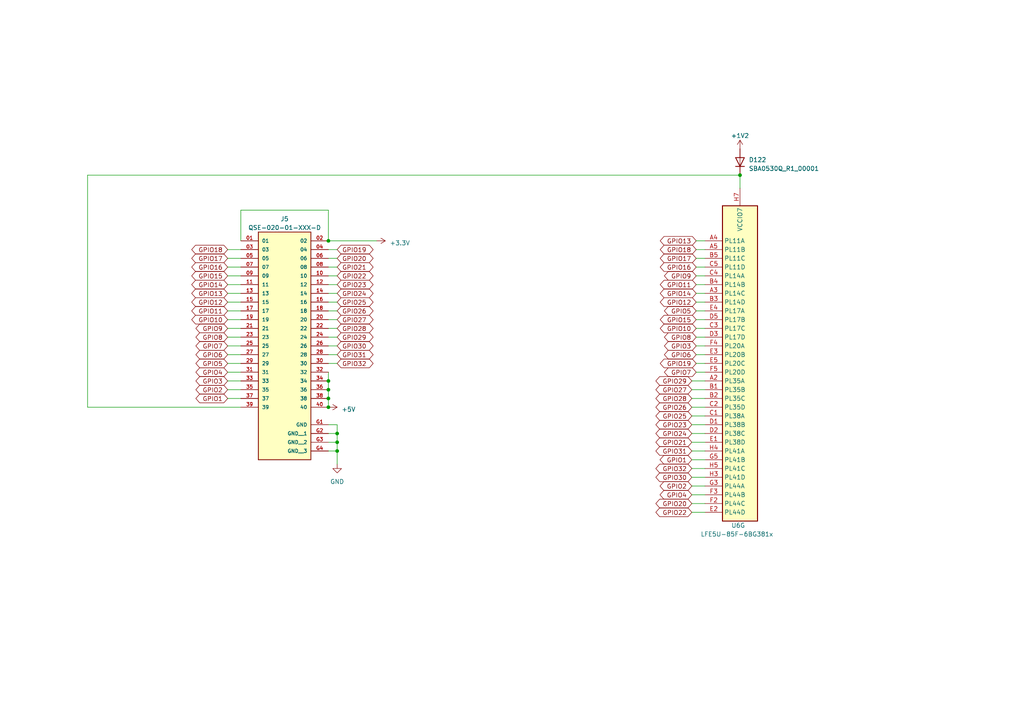
<source format=kicad_sch>
(kicad_sch (version 20230121) (generator eeschema)
  (paper "A4")
  (lib_symbols
    (symbol "Device:D" (pin_numbers hide) (pin_names (offset 1.016) hide)
      (property "Reference" "D" (at 0 2.54 0))
      (property "Value" "D" (at 0 -2.54 0))
      (symbol "D_0_1"
        (polyline (pts (xy -1.27 1.27) (xy -1.27 -1.27)) (stroke (width 0.254)))
        (polyline (pts (xy 1.27 0) (xy -1.27 0)))
        (polyline (pts (xy 1.27 1.27) (xy 1.27 -1.27) (xy -1.27 0) (xy 1.27 1.27)) (stroke (width 0.254)))
      )
      (symbol "D_1_1"
        (pin passive line (at -3.81 0 0) (length 2.54) (name "K") (number "1"))
        (pin passive line (at 3.81 0 180) (length 2.54) (name "A") (number "2"))
      )
    )
    (symbol "FPGA_Lattice:LFE5U-85F-6BG381x"
      (property "Reference" "U" (at 24.13 16.51 0))
      (property "Value" "LFE5U-85F-6BG381x" (at 24.13 13.97 0))
      (symbol "LFE5U-85F-6BG381x_1_1"
        (rectangle (start -25.4 10.16) (end 25.4 -10.16) (stroke (width 0.3048)) (fill (type background)))
        (pin passive line (at 0 -15.24 90) (length 5.08) hide (name "GND") (number "B14"))
        (pin passive line (at 0 -15.24 90) (length 5.08) hide (name "GND") (number "B7"))
        (pin power_in line (at 0 -15.24 90) (length 5.08) (name "GND") (number "C19"))
        (pin passive line (at 0 -15.24 90) (length 5.08) hide (name "GND") (number "D4"))
        (pin passive line (at 0 -15.24 90) (length 5.08) hide (name "GND") (number "F13"))
        (pin passive line (at 0 -15.24 90) (length 5.08) hide (name "GND") (number "F14"))
        (pin passive line (at 12.7 15.24 270) (length 5.08) hide (name "VCCAUX") (number "F15"))
        (pin passive line (at 12.7 15.24 270) (length 5.08) hide (name "VCCAUX") (number "F6"))
        (pin passive line (at 0 -15.24 90) (length 5.08) hide (name "GND") (number "F7"))
        (pin passive line (at 0 -15.24 90) (length 5.08) hide (name "GND") (number "F8"))
        (pin passive line (at 0 -15.24 90) (length 5.08) hide (name "GND") (number "G10"))
        (pin passive line (at 0 -15.24 90) (length 5.08) hide (name "GND") (number "G11"))
        (pin passive line (at 0 -15.24 90) (length 5.08) hide (name "GND") (number "G12"))
        (pin passive line (at 0 -15.24 90) (length 5.08) hide (name "GND") (number "G13"))
        (pin passive line (at 0 -15.24 90) (length 5.08) hide (name "GND") (number "G14"))
        (pin passive line (at 0 -15.24 90) (length 5.08) hide (name "GND") (number "G15"))
        (pin passive line (at 0 -15.24 90) (length 5.08) hide (name "GND") (number "G17"))
        (pin passive line (at 0 -15.24 90) (length 5.08) hide (name "GND") (number "G4"))
        (pin passive line (at 0 -15.24 90) (length 5.08) hide (name "GND") (number "G6"))
        (pin passive line (at 0 -15.24 90) (length 5.08) hide (name "GND") (number "G7"))
        (pin passive line (at 0 -15.24 90) (length 5.08) hide (name "GND") (number "G8"))
        (pin passive line (at 0 -15.24 90) (length 5.08) hide (name "GND") (number "G9"))
        (pin passive line (at 0 15.24 270) (length 5.08) hide (name "VCC") (number "H10"))
        (pin passive line (at 0 15.24 270) (length 5.08) hide (name "VCC") (number "H11"))
        (pin passive line (at 0 15.24 270) (length 5.08) hide (name "VCC") (number "H12"))
        (pin power_in line (at 0 15.24 270) (length 5.08) (name "VCC") (number "H13"))
        (pin passive line (at 0 -15.24 90) (length 5.08) hide (name "GND") (number "H19"))
        (pin passive line (at 0 15.24 270) (length 5.08) hide (name "VCC") (number "H8"))
        (pin passive line (at 0 15.24 270) (length 5.08) hide (name "VCC") (number "H9"))
        (pin passive line (at 0 -15.24 90) (length 5.08) hide (name "GND") (number "J10"))
        (pin passive line (at 0 -15.24 90) (length 5.08) hide (name "GND") (number "J11"))
        (pin passive line (at 0 -15.24 90) (length 5.08) hide (name "GND") (number "J12"))
        (pin passive line (at 0 15.24 270) (length 5.08) hide (name "VCC") (number "J13"))
        (pin passive line (at 0 -15.24 90) (length 5.08) hide (name "GND") (number "J14"))
        (pin passive line (at 0 -15.24 90) (length 5.08) hide (name "GND") (number "J2"))
        (pin passive line (at 0 -15.24 90) (length 5.08) hide (name "GND") (number "J7"))
        (pin passive line (at 0 15.24 270) (length 5.08) hide (name "VCC") (number "J8"))
        (pin passive line (at 0 -15.24 90) (length 5.08) hide (name "GND") (number "J9"))
        (pin passive line (at 0 -15.24 90) (length 5.08) hide (name "GND") (number "K10"))
        (pin passive line (at 0 -15.24 90) (length 5.08) hide (name "GND") (number "K11"))
        (pin passive line (at 0 -15.24 90) (length 5.08) hide (name "GND") (number "K12"))
        (pin passive line (at 0 15.24 270) (length 5.08) hide (name "VCC") (number "K13"))
        (pin passive line (at 0 -15.24 90) (length 5.08) hide (name "GND") (number "K14"))
        (pin passive line (at 0 -15.24 90) (length 5.08) hide (name "GND") (number "K15"))
        (pin passive line (at 0 -15.24 90) (length 5.08) hide (name "GND") (number "K6"))
        (pin passive line (at 0 -15.24 90) (length 5.08) hide (name "GND") (number "K7"))
        (pin passive line (at 0 15.24 270) (length 5.08) hide (name "VCC") (number "K8"))
        (pin passive line (at 0 -15.24 90) (length 5.08) hide (name "GND") (number "K9"))
        (pin passive line (at 0 -15.24 90) (length 5.08) hide (name "GND") (number "L10"))
        (pin passive line (at 0 -15.24 90) (length 5.08) hide (name "GND") (number "L11"))
        (pin passive line (at 0 -15.24 90) (length 5.08) hide (name "GND") (number "L12"))
        (pin passive line (at 0 15.24 270) (length 5.08) hide (name "VCC") (number "L13"))
        (pin passive line (at 0 15.24 270) (length 5.08) hide (name "VCC") (number "L8"))
        (pin passive line (at 0 -15.24 90) (length 5.08) hide (name "GND") (number "L9"))
        (pin passive line (at 0 -15.24 90) (length 5.08) hide (name "GND") (number "M10"))
        (pin passive line (at 0 -15.24 90) (length 5.08) hide (name "GND") (number "M11"))
        (pin passive line (at 0 -15.24 90) (length 5.08) hide (name "GND") (number "M12"))
        (pin passive line (at 0 15.24 270) (length 5.08) hide (name "VCC") (number "M13"))
        (pin passive line (at 0 -15.24 90) (length 5.08) hide (name "GND") (number "M14"))
        (pin passive line (at 0 -15.24 90) (length 5.08) hide (name "GND") (number "M16"))
        (pin passive line (at 0 -15.24 90) (length 5.08) hide (name "GND") (number "M2"))
        (pin passive line (at 0 -15.24 90) (length 5.08) hide (name "GND") (number "M7"))
        (pin passive line (at 0 15.24 270) (length 5.08) hide (name "VCC") (number "M8"))
        (pin passive line (at 0 -15.24 90) (length 5.08) hide (name "GND") (number "M9"))
        (pin passive line (at 0 15.24 270) (length 5.08) hide (name "VCC") (number "N10"))
        (pin passive line (at 0 15.24 270) (length 5.08) hide (name "VCC") (number "N11"))
        (pin passive line (at 0 15.24 270) (length 5.08) hide (name "VCC") (number "N12"))
        (pin passive line (at 0 15.24 270) (length 5.08) hide (name "VCC") (number "N13"))
        (pin passive line (at 0 -15.24 90) (length 5.08) hide (name "GND") (number "N14"))
        (pin passive line (at 0 -15.24 90) (length 5.08) hide (name "GND") (number "N15"))
        (pin passive line (at 0 -15.24 90) (length 5.08) hide (name "GND") (number "N6"))
        (pin passive line (at 0 -15.24 90) (length 5.08) hide (name "GND") (number "N7"))
        (pin passive line (at 0 15.24 270) (length 5.08) hide (name "VCC") (number "N8"))
        (pin passive line (at 0 15.24 270) (length 5.08) hide (name "VCC") (number "N9"))
        (pin passive line (at 0 -15.24 90) (length 5.08) hide (name "GND") (number "P11"))
        (pin passive line (at 0 -15.24 90) (length 5.08) hide (name "GND") (number "P12"))
        (pin passive line (at 0 -15.24 90) (length 5.08) hide (name "GND") (number "P13"))
        (pin passive line (at 0 -15.24 90) (length 5.08) hide (name "GND") (number "P14"))
        (pin power_in line (at 12.7 15.24 270) (length 5.08) (name "VCCAUX") (number "P15"))
        (pin passive line (at 12.7 15.24 270) (length 5.08) hide (name "VCCAUX") (number "P6"))
        (pin passive line (at 0 -15.24 90) (length 5.08) hide (name "GND") (number "P7"))
        (pin passive line (at 0 -15.24 90) (length 5.08) hide (name "GND") (number "P8"))
        (pin passive line (at 0 -15.24 90) (length 5.08) hide (name "GND") (number "R19"))
        (pin passive line (at 0 -15.24 90) (length 5.08) hide (name "GND") (number "T10"))
        (pin passive line (at 0 -15.24 90) (length 5.08) hide (name "GND") (number "T11"))
        (pin passive line (at 0 -15.24 90) (length 5.08) hide (name "GND") (number "T12"))
        (pin passive line (at 0 -15.24 90) (length 5.08) hide (name "GND") (number "T13"))
        (pin passive line (at 0 -15.24 90) (length 5.08) hide (name "GND") (number "T14"))
        (pin passive line (at 0 -15.24 90) (length 5.08) hide (name "GND") (number "T15"))
        (pin passive line (at 0 -15.24 90) (length 5.08) hide (name "GND") (number "T6"))
        (pin passive line (at 0 -15.24 90) (length 5.08) hide (name "GND") (number "T7"))
        (pin passive line (at 0 -15.24 90) (length 5.08) hide (name "GND") (number "T8"))
        (pin passive line (at 0 -15.24 90) (length 5.08) hide (name "GND") (number "T9"))
        (pin passive line (at 0 -15.24 90) (length 5.08) hide (name "GND") (number "U10"))
        (pin passive line (at 0 -15.24 90) (length 5.08) hide (name "GND") (number "U11"))
        (pin passive line (at 0 -15.24 90) (length 5.08) hide (name "GND") (number "U12"))
        (pin passive line (at 0 -15.24 90) (length 5.08) hide (name "GND") (number "U13"))
        (pin passive line (at 0 -15.24 90) (length 5.08) hide (name "GND") (number "U14"))
        (pin passive line (at 0 -15.24 90) (length 5.08) hide (name "GND") (number "U15"))
        (pin passive line (at 0 -15.24 90) (length 5.08) hide (name "GND") (number "U6"))
        (pin passive line (at 0 -15.24 90) (length 5.08) hide (name "GND") (number "U7"))
        (pin passive line (at 0 -15.24 90) (length 5.08) hide (name "GND") (number "U8"))
        (pin passive line (at 0 -15.24 90) (length 5.08) hide (name "GND") (number "U9"))
        (pin passive line (at 0 -15.24 90) (length 5.08) hide (name "GND") (number "V10"))
        (pin passive line (at 0 -15.24 90) (length 5.08) hide (name "GND") (number "V11"))
        (pin passive line (at 0 -15.24 90) (length 5.08) hide (name "GND") (number "V12"))
        (pin passive line (at 0 -15.24 90) (length 5.08) hide (name "GND") (number "V13"))
        (pin passive line (at 0 -15.24 90) (length 5.08) hide (name "GND") (number "V14"))
        (pin passive line (at 0 -15.24 90) (length 5.08) hide (name "GND") (number "V15"))
        (pin passive line (at 0 -15.24 90) (length 5.08) hide (name "GND") (number "V16"))
        (pin passive line (at 0 -15.24 90) (length 5.08) hide (name "GND") (number "V17"))
        (pin passive line (at 0 -15.24 90) (length 5.08) hide (name "GND") (number "V18"))
        (pin passive line (at 0 -15.24 90) (length 5.08) hide (name "GND") (number "V19"))
        (pin passive line (at 0 -15.24 90) (length 5.08) hide (name "GND") (number "V20"))
        (pin passive line (at 0 -15.24 90) (length 5.08) hide (name "GND") (number "V5"))
        (pin passive line (at 0 -15.24 90) (length 5.08) hide (name "GND") (number "V6"))
        (pin passive line (at 0 -15.24 90) (length 5.08) hide (name "GND") (number "V7"))
        (pin passive line (at 0 -15.24 90) (length 5.08) hide (name "GND") (number "V8"))
        (pin passive line (at 0 -15.24 90) (length 5.08) hide (name "GND") (number "V9"))
        (pin passive line (at 0 -15.24 90) (length 5.08) hide (name "GND") (number "W12"))
        (pin no_connect line (at 25.4 -5.08 180) (length 5.08) hide (name "RESERVED") (number "W13"))
        (pin no_connect line (at 25.4 -2.54 180) (length 5.08) hide (name "RESERVED") (number "W14"))
        (pin passive line (at 0 -15.24 90) (length 5.08) hide (name "GND") (number "W15"))
        (pin passive line (at 0 -15.24 90) (length 5.08) hide (name "GND") (number "W16"))
        (pin no_connect line (at 25.4 0 180) (length 5.08) hide (name "RESERVED") (number "W17"))
        (pin no_connect line (at 25.4 2.54 180) (length 5.08) hide (name "RESERVED") (number "W18"))
        (pin passive line (at 0 -15.24 90) (length 5.08) hide (name "GND") (number "W19"))
        (pin passive line (at 0 -15.24 90) (length 5.08) hide (name "GND") (number "W20"))
        (pin no_connect line (at -25.4 2.54 0) (length 5.08) hide (name "RESERVED") (number "W4"))
        (pin no_connect line (at -25.4 0 0) (length 5.08) hide (name "RESERVED") (number "W5"))
        (pin passive line (at 0 -15.24 90) (length 5.08) hide (name "GND") (number "W6"))
        (pin passive line (at 0 -15.24 90) (length 5.08) hide (name "GND") (number "W7"))
        (pin no_connect line (at -25.4 -2.54 0) (length 5.08) hide (name "RESERVED") (number "W8"))
        (pin no_connect line (at -25.4 -5.08 0) (length 5.08) hide (name "RESERVED") (number "W9"))
        (pin passive line (at 0 -15.24 90) (length 5.08) hide (name "GND") (number "Y11"))
        (pin passive line (at 0 -15.24 90) (length 5.08) hide (name "GND") (number "Y12"))
        (pin passive line (at 0 -15.24 90) (length 5.08) hide (name "GND") (number "Y14"))
        (pin passive line (at 0 -15.24 90) (length 5.08) hide (name "GND") (number "Y15"))
        (pin passive line (at 0 -15.24 90) (length 5.08) hide (name "GND") (number "Y16"))
        (pin passive line (at 0 -15.24 90) (length 5.08) hide (name "GND") (number "Y17"))
        (pin passive line (at 0 -15.24 90) (length 5.08) hide (name "GND") (number "Y19"))
        (pin passive line (at 0 -15.24 90) (length 5.08) hide (name "GND") (number "Y5"))
        (pin passive line (at 0 -15.24 90) (length 5.08) hide (name "GND") (number "Y6"))
        (pin passive line (at 0 -15.24 90) (length 5.08) hide (name "GND") (number "Y7"))
        (pin passive line (at 0 -15.24 90) (length 5.08) hide (name "GND") (number "Y8"))
      )
      (symbol "LFE5U-85F-6BG381x_2_1"
        (rectangle (start -5.08 40.64) (end 5.08 -40.64) (stroke (width 0.3048)) (fill (type background)))
        (pin bidirectional line (at -10.16 -27.94 0) (length 5.08) (name "PT63A") (number "A10"))
        (pin bidirectional line (at -10.16 -30.48 0) (length 5.08) (name "PT63B") (number "A11"))
        (pin bidirectional line (at -10.16 30.48 0) (length 5.08) (name "PT4A") (number "A6"))
        (pin bidirectional line (at -10.16 0 0) (length 5.08) (name "PT18A") (number "A7"))
        (pin bidirectional line (at -10.16 -2.54 0) (length 5.08) (name "PT18B") (number "A8"))
        (pin bidirectional line (at -10.16 -22.86 0) (length 5.08) (name "PT60A") (number "A9"))
        (pin bidirectional line (at -10.16 -25.4 0) (length 5.08) (name "PT60B") (number "B10"))
        (pin bidirectional line (at -10.16 -33.02 0) (length 5.08) (name "PT65A") (number "B11"))
        (pin bidirectional line (at -10.16 27.94 0) (length 5.08) (name "PT4B") (number "B6"))
        (pin bidirectional line (at -10.16 2.54 0) (length 5.08) (name "PT15B") (number "B8"))
        (pin bidirectional line (at -10.16 -17.78 0) (length 5.08) (name "PT58A") (number "B9"))
        (pin bidirectional line (at -10.16 -20.32 0) (length 5.08) (name "PT58B") (number "C10"))
        (pin bidirectional line (at -10.16 -35.56 0) (length 5.08) (name "PT65B") (number "C11"))
        (pin bidirectional line (at -10.16 15.24 0) (length 5.08) (name "PT11A") (number "C6"))
        (pin bidirectional line (at -10.16 12.7 0) (length 5.08) (name "PT11B") (number "C7"))
        (pin bidirectional line (at -10.16 5.08 0) (length 5.08) (name "PT15A") (number "C8"))
        (pin bidirectional line (at -10.16 -10.16 0) (length 5.08) (name "PT54A") (number "C9"))
        (pin bidirectional line (at -10.16 -12.7 0) (length 5.08) (name "PT56A") (number "D10"))
        (pin bidirectional line (at -10.16 22.86 0) (length 5.08) (name "PT6B") (number "D6"))
        (pin bidirectional line (at -10.16 17.78 0) (length 5.08) (name "PT9B") (number "D7"))
        (pin bidirectional line (at -10.16 7.62 0) (length 5.08) (name "PT13B") (number "D8"))
        (pin bidirectional line (at -10.16 -5.08 0) (length 5.08) (name "PT20A") (number "D9"))
        (pin bidirectional line (at -10.16 -15.24 0) (length 5.08) (name "PT56B") (number "E10"))
        (pin bidirectional line (at -10.16 25.4 0) (length 5.08) (name "PT6A") (number "E6"))
        (pin bidirectional line (at -10.16 20.32 0) (length 5.08) (name "PT9A") (number "E7"))
        (pin bidirectional line (at -10.16 10.16 0) (length 5.08) (name "PT13A") (number "E8"))
        (pin bidirectional line (at -10.16 -7.62 0) (length 5.08) (name "PT20B") (number "E9"))
        (pin power_in line (at 0 45.72 270) (length 5.08) (name "VCCIO0") (number "F10"))
        (pin passive line (at 0 45.72 270) (length 5.08) hide (name "VCCIO0") (number "F9"))
      )
      (symbol "LFE5U-85F-6BG381x_3_1"
        (rectangle (start -5.08 48.26) (end 5.08 -48.26) (stroke (width 0.3048)) (fill (type background)))
        (pin bidirectional line (at -10.16 22.86 0) (length 5.08) (name "PT76A") (number "A12"))
        (pin bidirectional line (at -10.16 20.32 0) (length 5.08) (name "PT76B") (number "A13"))
        (pin bidirectional line (at -10.16 7.62 0) (length 5.08) (name "PT83A") (number "A14"))
        (pin bidirectional line (at -10.16 -2.54 0) (length 5.08) (name "PT103A") (number "A15"))
        (pin bidirectional line (at -10.16 -15.24 0) (length 5.08) (name "PT110A") (number "A16"))
        (pin bidirectional line (at -10.16 -30.48 0) (length 5.08) (name "PT116A") (number "A17"))
        (pin bidirectional line (at -10.16 -35.56 0) (length 5.08) (name "PT119A") (number "A18"))
        (pin bidirectional line (at -10.16 -40.64 0) (length 5.08) (name "PT121A") (number "A19"))
        (pin bidirectional line (at -10.16 33.02 0) (length 5.08) (name "PT71A") (number "B12"))
        (pin bidirectional line (at -10.16 17.78 0) (length 5.08) (name "PT78A") (number "B13"))
        (pin bidirectional line (at -10.16 -5.08 0) (length 5.08) (name "PT105A") (number "B15"))
        (pin bidirectional line (at -10.16 -17.78 0) (length 5.08) (name "PT110B") (number "B16"))
        (pin bidirectional line (at -10.16 -25.4 0) (length 5.08) (name "PT114A") (number "B17"))
        (pin bidirectional line (at -10.16 -33.02 0) (length 5.08) (name "PT116B") (number "B18"))
        (pin bidirectional line (at -10.16 -38.1 0) (length 5.08) (name "PT119B") (number "B19"))
        (pin bidirectional line (at -10.16 -43.18 0) (length 5.08) (name "PT121B") (number "B20"))
        (pin bidirectional line (at -10.16 30.48 0) (length 5.08) (name "PT71B") (number "C12"))
        (pin bidirectional line (at -10.16 15.24 0) (length 5.08) (name "PT78B") (number "C13"))
        (pin bidirectional line (at -10.16 5.08 0) (length 5.08) (name "PT83B") (number "C14"))
        (pin bidirectional line (at -10.16 -7.62 0) (length 5.08) (name "PT105B") (number "C15"))
        (pin bidirectional line (at -10.16 -20.32 0) (length 5.08) (name "PT112A") (number "C16"))
        (pin bidirectional line (at -10.16 -27.94 0) (length 5.08) (name "PT114B") (number "C17"))
        (pin bidirectional line (at -10.16 38.1 0) (length 5.08) (name "PT69A") (number "D11"))
        (pin bidirectional line (at -10.16 27.94 0) (length 5.08) (name "PT74A") (number "D12"))
        (pin bidirectional line (at -10.16 12.7 0) (length 5.08) (name "PT80A") (number "D13"))
        (pin bidirectional line (at -10.16 2.54 0) (length 5.08) (name "PT85A") (number "D14"))
        (pin bidirectional line (at -10.16 -10.16 0) (length 5.08) (name "PT107A") (number "D15"))
        (pin bidirectional line (at -10.16 -22.86 0) (length 5.08) (name "PT112B") (number "D16"))
        (pin bidirectional line (at -10.16 35.56 0) (length 5.08) (name "PT69B") (number "E11"))
        (pin bidirectional line (at -10.16 25.4 0) (length 5.08) (name "PT74B") (number "E12"))
        (pin bidirectional line (at -10.16 10.16 0) (length 5.08) (name "PT80B") (number "E13"))
        (pin bidirectional line (at -10.16 0 0) (length 5.08) (name "PT85B") (number "E14"))
        (pin bidirectional line (at -10.16 -12.7 0) (length 5.08) (name "PT107B") (number "E15"))
        (pin passive line (at 0 53.34 270) (length 5.08) hide (name "VCCIO1") (number "F11"))
        (pin power_in line (at 0 53.34 270) (length 5.08) (name "VCCIO1") (number "F12"))
      )
      (symbol "LFE5U-85F-6BG381x_4_1"
        (rectangle (start -5.08 48.26) (end 5.08 -48.26) (stroke (width 0.3048)) (fill (type background)))
        (pin bidirectional line (at -10.16 38.1 0) (length 5.08) (name "PR11A") (number "C18"))
        (pin bidirectional line (at -10.16 -7.62 0) (length 5.08) (name "PR35A") (number "C20"))
        (pin bidirectional line (at -10.16 35.56 0) (length 5.08) (name "PR11B") (number "D17"))
        (pin bidirectional line (at -10.16 27.94 0) (length 5.08) (name "PR14A") (number "D18"))
        (pin bidirectional line (at -10.16 -10.16 0) (length 5.08) (name "PR35B") (number "D19"))
        (pin bidirectional line (at -10.16 -12.7 0) (length 5.08) (name "PR35C") (number "D20"))
        (pin bidirectional line (at -10.16 33.02 0) (length 5.08) (name "PR11C") (number "E16"))
        (pin bidirectional line (at -10.16 25.4 0) (length 5.08) (name "PR14B") (number "E17"))
        (pin bidirectional line (at -10.16 22.86 0) (length 5.08) (name "PR14C") (number "E18"))
        (pin bidirectional line (at -10.16 -15.24 0) (length 5.08) (name "PR35D") (number "E19"))
        (pin bidirectional line (at -10.16 -17.78 0) (length 5.08) (name "PR38A") (number "E20"))
        (pin bidirectional line (at -10.16 30.48 0) (length 5.08) (name "PR11D") (number "F16"))
        (pin bidirectional line (at -10.16 17.78 0) (length 5.08) (name "PR17A") (number "F17"))
        (pin bidirectional line (at -10.16 20.32 0) (length 5.08) (name "PR14D") (number "F18"))
        (pin bidirectional line (at -10.16 -20.32 0) (length 5.08) (name "PR38B") (number "F19"))
        (pin bidirectional line (at -10.16 -22.86 0) (length 5.08) (name "PR38C") (number "F20"))
        (pin bidirectional line (at -10.16 12.7 0) (length 5.08) (name "PR17C") (number "G16"))
        (pin bidirectional line (at -10.16 15.24 0) (length 5.08) (name "PR17B") (number "G18"))
        (pin bidirectional line (at -10.16 -27.94 0) (length 5.08) (name "PR41A") (number "G19"))
        (pin bidirectional line (at -10.16 -25.4 0) (length 5.08) (name "PR38D") (number "G20"))
        (pin passive line (at 0 53.34 270) (length 5.08) hide (name "VCCIO2") (number "H14"))
        (pin power_in line (at 0 53.34 270) (length 5.08) (name "VCCIO2") (number "H15"))
        (pin bidirectional line (at -10.16 10.16 0) (length 5.08) (name "PR17D") (number "H16"))
        (pin bidirectional line (at -10.16 5.08 0) (length 5.08) (name "PR20B") (number "H17"))
        (pin bidirectional line (at -10.16 7.62 0) (length 5.08) (name "PR20A") (number "H18"))
        (pin bidirectional line (at -10.16 -30.48 0) (length 5.08) (name "PR41B") (number "H20"))
        (pin passive line (at 0 53.34 270) (length 5.08) hide (name "VCCIO2") (number "J15"))
        (pin bidirectional line (at -10.16 0 0) (length 5.08) (name "PR20D") (number "J16"))
        (pin bidirectional line (at -10.16 2.54 0) (length 5.08) (name "PR20C") (number "J17"))
        (pin bidirectional line (at -10.16 -33.02 0) (length 5.08) (name "PR41C") (number "J18"))
        (pin bidirectional line (at -10.16 -38.1 0) (length 5.08) (name "PR44A") (number "J19"))
        (pin bidirectional line (at -10.16 -43.18 0) (length 5.08) (name "PR44C") (number "J20"))
        (pin bidirectional line (at -10.16 -2.54 0) (length 5.08) (name "PR29A") (number "K16"))
        (pin bidirectional line (at -10.16 -5.08 0) (length 5.08) (name "PR29B") (number "K17"))
        (pin bidirectional line (at -10.16 -35.56 0) (length 5.08) (name "PR41D") (number "K18"))
        (pin bidirectional line (at -10.16 -40.64 0) (length 5.08) (name "PR44B") (number "K19"))
        (pin bidirectional line (at -10.16 -45.72 0) (length 5.08) (name "PR44D") (number "K20"))
      )
      (symbol "LFE5U-85F-6BG381x_5_1"
        (rectangle (start -5.08 48.26) (end 5.08 -48.26) (stroke (width 0.3048)) (fill (type background)))
        (pin passive line (at 0 53.34 270) (length 5.08) hide (name "VCCIO3") (number "L14"))
        (pin power_in line (at 0 53.34 270) (length 5.08) (name "VCCIO3") (number "L15"))
        (pin bidirectional line (at -10.16 27.94 0) (length 5.08) (name "PR50A") (number "L16"))
        (pin bidirectional line (at -10.16 25.4 0) (length 5.08) (name "PR50B") (number "L17"))
        (pin bidirectional line (at -10.16 22.86 0) (length 5.08) (name "PR50C") (number "L18"))
        (pin bidirectional line (at -10.16 33.02 0) (length 5.08) (name "PR47C") (number "L19"))
        (pin bidirectional line (at -10.16 38.1 0) (length 5.08) (name "PR47A") (number "L20"))
        (pin passive line (at 0 53.34 270) (length 5.08) hide (name "VCCIO3") (number "M15"))
        (pin bidirectional line (at -10.16 15.24 0) (length 5.08) (name "PR53B") (number "M17"))
        (pin bidirectional line (at -10.16 20.32 0) (length 5.08) (name "PR50D") (number "M18"))
        (pin bidirectional line (at -10.16 30.48 0) (length 5.08) (name "PR47D") (number "M19"))
        (pin bidirectional line (at -10.16 35.56 0) (length 5.08) (name "PR47B") (number "M20"))
        (pin bidirectional line (at -10.16 17.78 0) (length 5.08) (name "PR53A") (number "N16"))
        (pin bidirectional line (at -10.16 7.62 0) (length 5.08) (name "PR56A") (number "N17"))
        (pin bidirectional line (at -10.16 12.7 0) (length 5.08) (name "PR53C") (number "N18"))
        (pin bidirectional line (at -10.16 -5.08 0) (length 5.08) (name "PR83A") (number "N19"))
        (pin bidirectional line (at -10.16 -7.62 0) (length 5.08) (name "PR83B") (number "N20"))
        (pin bidirectional line (at -10.16 5.08 0) (length 5.08) (name "PR56B") (number "P16"))
        (pin bidirectional line (at -10.16 10.16 0) (length 5.08) (name "PR53D") (number "P17"))
        (pin bidirectional line (at -10.16 -12.7 0) (length 5.08) (name "PR83D") (number "P18"))
        (pin bidirectional line (at -10.16 -10.16 0) (length 5.08) (name "PR83C") (number "P19"))
        (pin bidirectional line (at -10.16 -15.24 0) (length 5.08) (name "PR86A") (number "P20"))
        (pin bidirectional line (at -10.16 2.54 0) (length 5.08) (name "PR56C") (number "R16"))
        (pin bidirectional line (at -10.16 0 0) (length 5.08) (name "PR56D") (number "R17"))
        (pin bidirectional line (at -10.16 -27.94 0) (length 5.08) (name "PR89B") (number "R18"))
        (pin bidirectional line (at -10.16 -17.78 0) (length 5.08) (name "PR86B") (number "R20"))
        (pin bidirectional line (at -10.16 -2.54 0) (length 5.08) (name "PR77A") (number "T16"))
        (pin bidirectional line (at -10.16 -43.18 0) (length 5.08) (name "PR92D") (number "T17"))
        (pin bidirectional line (at -10.16 -33.02 0) (length 5.08) (name "PR89D") (number "T18"))
        (pin bidirectional line (at -10.16 -25.4 0) (length 5.08) (name "PR89A") (number "T19"))
        (pin bidirectional line (at -10.16 -20.32 0) (length 5.08) (name "PR86C") (number "T20"))
        (pin bidirectional line (at -10.16 -40.64 0) (length 5.08) (name "PR92C") (number "U16"))
        (pin bidirectional line (at -10.16 -38.1 0) (length 5.08) (name "PR92B") (number "U17"))
        (pin bidirectional line (at -10.16 -35.56 0) (length 5.08) (name "PR92A") (number "U18"))
        (pin bidirectional line (at -10.16 -30.48 0) (length 5.08) (name "PR89C") (number "U19"))
        (pin bidirectional line (at -10.16 -22.86 0) (length 5.08) (name "PR86D") (number "U20"))
      )
      (symbol "LFE5U-85F-6BG381x_6_1"
        (rectangle (start -5.08 48.26) (end 5.08 -48.26) (stroke (width 0.3048)) (fill (type background)))
        (pin bidirectional line (at -10.16 35.56 0) (length 5.08) (name "PL47B") (number "F1"))
        (pin bidirectional line (at -10.16 30.48 0) (length 5.08) (name "PL47D") (number "G1"))
        (pin bidirectional line (at -10.16 38.1 0) (length 5.08) (name "PL47A") (number "G2"))
        (pin bidirectional line (at -10.16 12.7 0) (length 5.08) (name "PL53C") (number "H1"))
        (pin bidirectional line (at -10.16 33.02 0) (length 5.08) (name "PL47C") (number "H2"))
        (pin bidirectional line (at -10.16 15.24 0) (length 5.08) (name "PL53B") (number "J1"))
        (pin bidirectional line (at -10.16 22.86 0) (length 5.08) (name "PL50C") (number "J3"))
        (pin bidirectional line (at -10.16 27.94 0) (length 5.08) (name "PL50A") (number "J4"))
        (pin bidirectional line (at -10.16 25.4 0) (length 5.08) (name "PL50B") (number "J5"))
        (pin bidirectional line (at -10.16 10.16 0) (length 5.08) (name "PL53D") (number "K1"))
        (pin bidirectional line (at -10.16 17.78 0) (length 5.08) (name "PL53A") (number "K2"))
        (pin bidirectional line (at -10.16 20.32 0) (length 5.08) (name "PL50D") (number "K3"))
        (pin bidirectional line (at -10.16 7.62 0) (length 5.08) (name "PL56A") (number "K4"))
        (pin bidirectional line (at -10.16 5.08 0) (length 5.08) (name "PL56B") (number "K5"))
        (pin bidirectional line (at -10.16 -30.48 0) (length 5.08) (name "PL89C") (number "L1"))
        (pin bidirectional line (at -10.16 -22.86 0) (length 5.08) (name "PL86D") (number "L2"))
        (pin bidirectional line (at -10.16 -20.32 0) (length 5.08) (name "PL86C") (number "L3"))
        (pin bidirectional line (at -10.16 2.54 0) (length 5.08) (name "PL56C") (number "L4"))
        (pin bidirectional line (at -10.16 0 0) (length 5.08) (name "PL56D") (number "L5"))
        (pin passive line (at 0 53.34 270) (length 5.08) hide (name "VCCIO6") (number "L6"))
        (pin power_in line (at 0 53.34 270) (length 5.08) (name "VCCIO6") (number "L7"))
        (pin bidirectional line (at -10.16 -27.94 0) (length 5.08) (name "PL89B") (number "M1"))
        (pin bidirectional line (at -10.16 -17.78 0) (length 5.08) (name "PL86B") (number "M3"))
        (pin bidirectional line (at -10.16 -5.08 0) (length 5.08) (name "PL83A") (number "M4"))
        (pin bidirectional line (at -10.16 -2.54 0) (length 5.08) (name "PL77A") (number "M5"))
        (pin passive line (at 0 53.34 270) (length 5.08) hide (name "VCCIO6") (number "M6"))
        (pin bidirectional line (at -10.16 -33.02 0) (length 5.08) (name "PL89D") (number "N1"))
        (pin bidirectional line (at -10.16 -25.4 0) (length 5.08) (name "PL89A") (number "N2"))
        (pin bidirectional line (at -10.16 -15.24 0) (length 5.08) (name "PL86A") (number "N3"))
        (pin bidirectional line (at -10.16 -10.16 0) (length 5.08) (name "PL83C") (number "N4"))
        (pin bidirectional line (at -10.16 -7.62 0) (length 5.08) (name "PL83B") (number "N5"))
        (pin bidirectional line (at -10.16 -35.56 0) (length 5.08) (name "PL92A") (number "P1"))
        (pin bidirectional line (at -10.16 -38.1 0) (length 5.08) (name "PL92B") (number "P2"))
        (pin bidirectional line (at -10.16 -40.64 0) (length 5.08) (name "PL92C") (number "P3"))
        (pin bidirectional line (at -10.16 -43.18 0) (length 5.08) (name "PL92D") (number "P4"))
        (pin bidirectional line (at -10.16 -12.7 0) (length 5.08) (name "PL83D") (number "P5"))
      )
      (symbol "LFE5U-85F-6BG381x_7_1"
        (rectangle (start -5.08 45.72) (end 5.08 -45.72) (stroke (width 0.3048)) (fill (type background)))
        (pin bidirectional line (at -10.16 -5.08 0) (length 5.08) (name "PL35A") (number "A2"))
        (pin bidirectional line (at -10.16 20.32 0) (length 5.08) (name "PL14C") (number "A3"))
        (pin bidirectional line (at -10.16 35.56 0) (length 5.08) (name "PL11A") (number "A4"))
        (pin bidirectional line (at -10.16 33.02 0) (length 5.08) (name "PL11B") (number "A5"))
        (pin bidirectional line (at -10.16 -7.62 0) (length 5.08) (name "PL35B") (number "B1"))
        (pin bidirectional line (at -10.16 -10.16 0) (length 5.08) (name "PL35C") (number "B2"))
        (pin bidirectional line (at -10.16 17.78 0) (length 5.08) (name "PL14D") (number "B3"))
        (pin bidirectional line (at -10.16 22.86 0) (length 5.08) (name "PL14B") (number "B4"))
        (pin bidirectional line (at -10.16 30.48 0) (length 5.08) (name "PL11C") (number "B5"))
        (pin bidirectional line (at -10.16 -15.24 0) (length 5.08) (name "PL38A") (number "C1"))
        (pin bidirectional line (at -10.16 -12.7 0) (length 5.08) (name "PL35D") (number "C2"))
        (pin bidirectional line (at -10.16 10.16 0) (length 5.08) (name "PL17C") (number "C3"))
        (pin bidirectional line (at -10.16 25.4 0) (length 5.08) (name "PL14A") (number "C4"))
        (pin bidirectional line (at -10.16 27.94 0) (length 5.08) (name "PL11D") (number "C5"))
        (pin bidirectional line (at -10.16 -17.78 0) (length 5.08) (name "PL38B") (number "D1"))
        (pin bidirectional line (at -10.16 -20.32 0) (length 5.08) (name "PL38C") (number "D2"))
        (pin bidirectional line (at -10.16 7.62 0) (length 5.08) (name "PL17D") (number "D3"))
        (pin bidirectional line (at -10.16 12.7 0) (length 5.08) (name "PL17B") (number "D5"))
        (pin bidirectional line (at -10.16 -22.86 0) (length 5.08) (name "PL38D") (number "E1"))
        (pin bidirectional line (at -10.16 -43.18 0) (length 5.08) (name "PL44D") (number "E2"))
        (pin bidirectional line (at -10.16 2.54 0) (length 5.08) (name "PL20B") (number "E3"))
        (pin bidirectional line (at -10.16 15.24 0) (length 5.08) (name "PL17A") (number "E4"))
        (pin bidirectional line (at -10.16 0 0) (length 5.08) (name "PL20C") (number "E5"))
        (pin bidirectional line (at -10.16 -40.64 0) (length 5.08) (name "PL44C") (number "F2"))
        (pin bidirectional line (at -10.16 -38.1 0) (length 5.08) (name "PL44B") (number "F3"))
        (pin bidirectional line (at -10.16 5.08 0) (length 5.08) (name "PL20A") (number "F4"))
        (pin bidirectional line (at -10.16 -2.54 0) (length 5.08) (name "PL20D") (number "F5"))
        (pin bidirectional line (at -10.16 -35.56 0) (length 5.08) (name "PL44A") (number "G3"))
        (pin bidirectional line (at -10.16 -27.94 0) (length 5.08) (name "PL41B") (number "G5"))
        (pin bidirectional line (at -10.16 -33.02 0) (length 5.08) (name "PL41D") (number "H3"))
        (pin bidirectional line (at -10.16 -25.4 0) (length 5.08) (name "PL41A") (number "H4"))
        (pin bidirectional line (at -10.16 -30.48 0) (length 5.08) (name "PL41C") (number "H5"))
        (pin passive line (at 0 50.8 270) (length 5.08) hide (name "VCCIO7") (number "H6"))
        (pin power_in line (at 0 50.8 270) (length 5.08) (name "VCCIO7") (number "H7"))
        (pin passive line (at 0 50.8 270) (length 5.08) hide (name "VCCIO7") (number "J6"))
      )
      (symbol "LFE5U-85F-6BG381x_8_1"
        (rectangle (start -5.08 22.86) (end 5.08 -22.86) (stroke (width 0.3048)) (fill (type background)))
        (pin power_in line (at 0 27.94 270) (length 5.08) (name "VCCIO8") (number "P10"))
        (pin passive line (at 0 27.94 270) (length 5.08) hide (name "VCCIO8") (number "P9"))
        (pin bidirectional line (at -10.16 12.7 0) (length 5.08) (name "PB4A") (number "R1"))
        (pin bidirectional line (at -10.16 -12.7 0) (length 5.08) (name "PB15A") (number "R2"))
        (pin bidirectional line (at -10.16 -15.24 0) (length 5.08) (name "PB15B") (number "R3"))
        (pin bidirectional line (at -10.16 10.16 0) (length 5.08) (name "PB4B") (number "T1"))
        (pin bidirectional line (at -10.16 -7.62 0) (length 5.08) (name "PB13A") (number "T2"))
        (pin bidirectional line (at -10.16 -17.78 0) (length 5.08) (name "PB18A") (number "T3"))
        (pin bidirectional line (at -10.16 7.62 0) (length 5.08) (name "PB6A") (number "U1"))
        (pin bidirectional line (at -10.16 -10.16 0) (length 5.08) (name "PB13B") (number "U2"))
        (pin bidirectional line (at -10.16 5.08 0) (length 5.08) (name "PB6B") (number "V1"))
        (pin bidirectional line (at -10.16 -2.54 0) (length 5.08) (name "PB11A") (number "V2"))
        (pin bidirectional line (at -10.16 2.54 0) (length 5.08) (name "PB9A") (number "W1"))
        (pin bidirectional line (at -10.16 -5.08 0) (length 5.08) (name "PB11B") (number "W2"))
        (pin bidirectional line (at -10.16 0 0) (length 5.08) (name "PB9B") (number "Y2"))
      )
      (symbol "LFE5U-85F-6BG381x_9_1"
        (rectangle (start -10.16 12.7) (end 10.16 -12.7) (stroke (width 0.3048)) (fill (type background)))
        (pin input line (at -15.24 -10.16 0) (length 5.08) (name "CFG_2") (number "R4"))
        (pin input line (at 15.24 5.08 180) (length 5.08) (name "TDI") (number "R5"))
        (pin input line (at -15.24 -7.62 0) (length 5.08) (name "CFG_1") (number "T4"))
        (pin input line (at 15.24 7.62 180) (length 5.08) (name "TCK") (number "T5"))
        (pin bidirectional line (at -15.24 10.16 0) (length 5.08) (name "CCLK") (number "U3"))
        (pin input line (at -15.24 -5.08 0) (length 5.08) (name "CFG_0") (number "U4"))
        (pin input line (at 15.24 2.54 180) (length 5.08) (name "TMS") (number "U5"))
        (pin open_collector line (at -15.24 2.54 0) (length 5.08) (name "~{INIT}") (number "V3"))
        (pin output line (at 15.24 10.16 180) (length 5.08) (name "TDO") (number "V4"))
        (pin no_connect line (at 10.16 -2.54 180) (length 5.08) hide (name "RESERVED") (number "W10"))
        (pin no_connect line (at 10.16 -5.08 180) (length 5.08) hide (name "RESERVED") (number "W11"))
        (pin input line (at -15.24 5.08 0) (length 5.08) (name "~{PROGRAM}") (number "W3"))
        (pin open_collector line (at -15.24 0 0) (length 5.08) (name "DONE") (number "Y3"))
      )
    )
    (symbol "gecko5education:QSE-020-01-XXX-D" (pin_names (offset 1.016))
      (property "Reference" "J" (at -7.62 28.702 0))
      (property "Value" "QSE-020-01-XXX-D" (at -7.62 -40.64 0))
      (symbol "QSE-020-01-XXX-D_0_0"
        (rectangle (start -7.62 -38.1) (end 7.62 27.94) (stroke (width 0.254)) (fill (type background)))
        (pin passive line (at -12.7 25.4 0) (length 5.08) (name "01") (number "01"))
        (pin passive line (at 12.7 25.4 180) (length 5.08) (name "02") (number "02"))
        (pin passive line (at -12.7 22.86 0) (length 5.08) (name "03") (number "03"))
        (pin passive line (at 12.7 22.86 180) (length 5.08) (name "04") (number "04"))
        (pin passive line (at -12.7 20.32 0) (length 5.08) (name "05") (number "05"))
        (pin passive line (at 12.7 20.32 180) (length 5.08) (name "06") (number "06"))
        (pin passive line (at -12.7 17.78 0) (length 5.08) (name "07") (number "07"))
        (pin passive line (at 12.7 17.78 180) (length 5.08) (name "08") (number "08"))
        (pin passive line (at -12.7 15.24 0) (length 5.08) (name "09") (number "09"))
        (pin passive line (at 12.7 15.24 180) (length 5.08) (name "10") (number "10"))
        (pin passive line (at -12.7 12.7 0) (length 5.08) (name "11") (number "11"))
        (pin passive line (at 12.7 12.7 180) (length 5.08) (name "12") (number "12"))
        (pin passive line (at -12.7 10.16 0) (length 5.08) (name "13") (number "13"))
        (pin passive line (at 12.7 10.16 180) (length 5.08) (name "14") (number "14"))
        (pin passive line (at -12.7 7.62 0) (length 5.08) (name "15") (number "15"))
        (pin passive line (at 12.7 7.62 180) (length 5.08) (name "16") (number "16"))
        (pin passive line (at -12.7 5.08 0) (length 5.08) (name "17") (number "17"))
        (pin passive line (at 12.7 5.08 180) (length 5.08) (name "18") (number "18"))
        (pin passive line (at -12.7 2.54 0) (length 5.08) (name "19") (number "19"))
        (pin passive line (at 12.7 2.54 180) (length 5.08) (name "20") (number "20"))
        (pin passive line (at -12.7 0 0) (length 5.08) (name "21") (number "21"))
        (pin passive line (at 12.7 0 180) (length 5.08) (name "22") (number "22"))
        (pin passive line (at -12.7 -2.54 0) (length 5.08) (name "23") (number "23"))
        (pin passive line (at 12.7 -2.54 180) (length 5.08) (name "24") (number "24"))
        (pin passive line (at -12.7 -5.08 0) (length 5.08) (name "25") (number "25"))
        (pin passive line (at 12.7 -5.08 180) (length 5.08) (name "26") (number "26"))
        (pin passive line (at -12.7 -7.62 0) (length 5.08) (name "27") (number "27"))
        (pin passive line (at 12.7 -7.62 180) (length 5.08) (name "28") (number "28"))
        (pin passive line (at -12.7 -10.16 0) (length 5.08) (name "29") (number "29"))
        (pin passive line (at 12.7 -10.16 180) (length 5.08) (name "30") (number "30"))
        (pin passive line (at -12.7 -12.7 0) (length 5.08) (name "31") (number "31"))
        (pin passive line (at 12.7 -12.7 180) (length 5.08) (name "32") (number "32"))
        (pin passive line (at -12.7 -15.24 0) (length 5.08) (name "33") (number "33"))
        (pin passive line (at 12.7 -15.24 180) (length 5.08) (name "34") (number "34"))
        (pin passive line (at -12.7 -17.78 0) (length 5.08) (name "35") (number "35"))
        (pin passive line (at 12.7 -17.78 180) (length 5.08) (name "36") (number "36"))
        (pin passive line (at -12.7 -20.32 0) (length 5.08) (name "37") (number "37"))
        (pin passive line (at 12.7 -20.32 180) (length 5.08) (name "38") (number "38"))
        (pin passive line (at -12.7 -22.86 0) (length 5.08) (name "39") (number "39"))
        (pin passive line (at 12.7 -22.86 180) (length 5.08) (name "40") (number "40"))
        (pin power_in line (at 12.7 -27.94 180) (length 5.08) (name "GND") (number "G1"))
        (pin power_in line (at 12.7 -30.48 180) (length 5.08) (name "GND__1") (number "G2"))
        (pin power_in line (at 12.7 -33.02 180) (length 5.08) (name "GND__2") (number "G3"))
        (pin power_in line (at 12.7 -35.56 180) (length 5.08) (name "GND__3") (number "G4"))
      )
    )
    (symbol "power:+1V2" (power) (pin_names (offset 0))
      (property "Value" "+1V2" (at 0 3.556 0))
      (symbol "+1V2_0_1"
        (polyline (pts (xy -0.762 1.27) (xy 0 2.54)))
        (polyline (pts (xy 0 0) (xy 0 2.54)))
        (polyline (pts (xy 0 2.54) (xy 0.762 1.27)))
      )
      (symbol "+1V2_1_1"
        (pin power_in line (at 0 0 90) (length 0) hide (name "+1V2") (number "1"))
      )
    )
    (symbol "power:+3.3V" (power) (pin_names (offset 0))
      (property "Value" "+3.3V" (at 0 3.556 0))
      (symbol "+3.3V_0_1"
        (polyline (pts (xy -0.762 1.27) (xy 0 2.54)))
        (polyline (pts (xy 0 0) (xy 0 2.54)))
        (polyline (pts (xy 0 2.54) (xy 0.762 1.27)))
      )
      (symbol "+3.3V_1_1"
        (pin power_in line (at 0 0 90) (length 0) hide (name "+3.3V") (number "1"))
      )
    )
    (symbol "power:+5V" (power) (pin_names (offset 0))
      (property "Value" "+5V" (at 0 3.556 0))
      (symbol "+5V_0_1"
        (polyline (pts (xy -0.762 1.27) (xy 0 2.54)))
        (polyline (pts (xy 0 0) (xy 0 2.54)))
        (polyline (pts (xy 0 2.54) (xy 0.762 1.27)))
      )
      (symbol "+5V_1_1"
        (pin power_in line (at 0 0 90) (length 0) hide (name "+5V") (number "1"))
      )
    )
    (symbol "power:GND" (power) (pin_names (offset 0))
      (property "Value" "GND" (at 0 -3.81 0))
      (symbol "GND_0_1"
        (polyline (pts (xy 0 0) (xy 0 -1.27) (xy 1.27 -1.27) (xy 0 -2.54) (xy -1.27 -1.27) (xy 0 -1.27)))
      )
      (symbol "GND_1_1"
        (pin power_in line (at 0 0 270) (length 0) hide (name "GND") (number "1"))
      )
    )
  )
  (junction (at 95.25 110.49))
  (junction (at 95.25 69.85))
  (junction (at 95.25 115.57))
  (junction (at 97.79 130.81))
  (junction (at 97.79 128.27))
  (junction (at 214.63 50.8))
  (junction (at 95.25 118.11))
  (junction (at 97.79 125.73))
  (junction (at 95.25 113.03))
  (wire (pts (xy 95.25 80.01) (xy 97.79 80.01)))
  (wire (pts (xy 95.25 123.19) (xy 97.79 123.19)))
  (wire (pts (xy 200.66 133.35) (xy 204.47 133.35)))
  (wire (pts (xy 66.04 102.87) (xy 69.85 102.87)))
  (wire (pts (xy 66.04 105.41) (xy 69.85 105.41)))
  (wire (pts (xy 201.93 92.71) (xy 204.47 92.71)))
  (wire (pts (xy 66.04 74.93) (xy 69.85 74.93)))
  (wire (pts (xy 66.04 92.71) (xy 69.85 92.71)))
  (wire (pts (xy 25.4 118.11) (xy 69.85 118.11)))
  (wire (pts (xy 201.93 100.33) (xy 204.47 100.33)))
  (wire (pts (xy 201.93 74.93) (xy 204.47 74.93)))
  (wire (pts (xy 95.25 92.71) (xy 97.79 92.71)))
  (wire (pts (xy 200.66 148.59) (xy 204.47 148.59)))
  (wire (pts (xy 95.25 82.55) (xy 97.79 82.55)))
  (wire (pts (xy 95.25 128.27) (xy 97.79 128.27)))
  (wire (pts (xy 66.04 95.25) (xy 69.85 95.25)))
  (wire (pts (xy 201.93 95.25) (xy 204.47 95.25)))
  (wire (pts (xy 95.25 107.95) (xy 95.25 110.49)))
  (wire (pts (xy 95.25 105.41) (xy 97.79 105.41)))
  (wire (pts (xy 66.04 97.79) (xy 69.85 97.79)))
  (wire (pts (xy 200.66 113.03) (xy 204.47 113.03)))
  (wire (pts (xy 95.25 77.47) (xy 97.79 77.47)))
  (wire (pts (xy 200.66 110.49) (xy 204.47 110.49)))
  (wire (pts (xy 201.93 107.95) (xy 204.47 107.95)))
  (wire (pts (xy 201.93 90.17) (xy 204.47 90.17)))
  (wire (pts (xy 95.25 74.93) (xy 97.79 74.93)))
  (wire (pts (xy 201.93 69.85) (xy 204.47 69.85)))
  (wire (pts (xy 69.85 60.96) (xy 95.25 60.96)))
  (wire (pts (xy 200.66 138.43) (xy 204.47 138.43)))
  (wire (pts (xy 200.66 135.89) (xy 204.47 135.89)))
  (wire (pts (xy 201.93 77.47) (xy 204.47 77.47)))
  (wire (pts (xy 200.66 146.05) (xy 204.47 146.05)))
  (wire (pts (xy 95.25 97.79) (xy 97.79 97.79)))
  (wire (pts (xy 66.04 85.09) (xy 69.85 85.09)))
  (wire (pts (xy 66.04 100.33) (xy 69.85 100.33)))
  (wire (pts (xy 66.04 107.95) (xy 69.85 107.95)))
  (wire (pts (xy 201.93 85.09) (xy 204.47 85.09)))
  (wire (pts (xy 66.04 110.49) (xy 69.85 110.49)))
  (wire (pts (xy 200.66 128.27) (xy 204.47 128.27)))
  (wire (pts (xy 97.79 125.73) (xy 97.79 128.27)))
  (wire (pts (xy 201.93 97.79) (xy 204.47 97.79)))
  (wire (pts (xy 95.25 100.33) (xy 97.79 100.33)))
  (wire (pts (xy 200.66 120.65) (xy 204.47 120.65)))
  (wire (pts (xy 95.25 102.87) (xy 97.79 102.87)))
  (wire (pts (xy 95.25 110.49) (xy 95.25 113.03)))
  (wire (pts (xy 200.66 115.57) (xy 204.47 115.57)))
  (wire (pts (xy 201.93 87.63) (xy 204.47 87.63)))
  (wire (pts (xy 200.66 140.97) (xy 204.47 140.97)))
  (wire (pts (xy 66.04 87.63) (xy 69.85 87.63)))
  (wire (pts (xy 201.93 72.39) (xy 204.47 72.39)))
  (wire (pts (xy 204.47 143.51) (xy 200.66 143.51)))
  (wire (pts (xy 66.04 113.03) (xy 69.85 113.03)))
  (wire (pts (xy 66.04 80.01) (xy 69.85 80.01)))
  (wire (pts (xy 25.4 50.8) (xy 214.63 50.8)))
  (wire (pts (xy 201.93 82.55) (xy 204.47 82.55)))
  (wire (pts (xy 95.25 87.63) (xy 97.79 87.63)))
  (wire (pts (xy 95.25 115.57) (xy 95.25 118.11)))
  (wire (pts (xy 201.93 80.01) (xy 204.47 80.01)))
  (wire (pts (xy 214.63 50.8) (xy 214.63 54.61)))
  (wire (pts (xy 66.04 90.17) (xy 69.85 90.17)))
  (wire (pts (xy 66.04 72.39) (xy 69.85 72.39)))
  (wire (pts (xy 66.04 115.57) (xy 69.85 115.57)))
  (wire (pts (xy 109.22 69.85) (xy 95.25 69.85)))
  (wire (pts (xy 200.66 125.73) (xy 204.47 125.73)))
  (wire (pts (xy 95.25 72.39) (xy 97.79 72.39)))
  (wire (pts (xy 95.25 113.03) (xy 95.25 115.57)))
  (wire (pts (xy 201.93 105.41) (xy 204.47 105.41)))
  (wire (pts (xy 25.4 118.11) (xy 25.4 50.8)))
  (wire (pts (xy 200.66 118.11) (xy 204.47 118.11)))
  (wire (pts (xy 97.79 128.27) (xy 97.79 130.81)))
  (wire (pts (xy 200.66 130.81) (xy 204.47 130.81)))
  (wire (pts (xy 95.25 95.25) (xy 97.79 95.25)))
  (wire (pts (xy 66.04 77.47) (xy 69.85 77.47)))
  (wire (pts (xy 95.25 125.73) (xy 97.79 125.73)))
  (wire (pts (xy 95.25 85.09) (xy 97.79 85.09)))
  (wire (pts (xy 97.79 130.81) (xy 97.79 134.62)))
  (wire (pts (xy 95.25 60.96) (xy 95.25 69.85)))
  (wire (pts (xy 97.79 123.19) (xy 97.79 125.73)))
  (wire (pts (xy 201.93 102.87) (xy 204.47 102.87)))
  (wire (pts (xy 200.66 123.19) (xy 204.47 123.19)))
  (wire (pts (xy 95.25 90.17) (xy 97.79 90.17)))
  (wire (pts (xy 69.85 69.85) (xy 69.85 60.96)))
  (wire (pts (xy 95.25 130.81) (xy 97.79 130.81)))
  (wire (pts (xy 66.04 82.55) (xy 69.85 82.55)))
  (global_label "GPIO10" (shape bidirectional) (at 66.04 92.71 180) (property "Intersheetrefs" "${INTERSHEET_REFS}" (effects hide)))
  (global_label "GPIO32" (shape bidirectional) (at 200.66 135.89 180) (property "Intersheetrefs" "${INTERSHEET_REFS}" (effects hide)))
  (global_label "GPIO5" (shape bidirectional) (at 66.04 105.41 180) (property "Intersheetrefs" "${INTERSHEET_REFS}" (effects hide)))
  (global_label "GPIO5" (shape bidirectional) (at 201.93 90.17 180) (property "Intersheetrefs" "${INTERSHEET_REFS}" (effects hide)))
  (global_label "GPIO29" (shape bidirectional) (at 97.79 97.79 0) (property "Intersheetrefs" "${INTERSHEET_REFS}" (effects hide)))
  (global_label "GPIO10" (shape bidirectional) (at 201.93 95.25 180) (property "Intersheetrefs" "${INTERSHEET_REFS}" (effects hide)))
  (global_label "GPIO28" (shape bidirectional) (at 200.66 115.57 180) (property "Intersheetrefs" "${INTERSHEET_REFS}" (effects hide)))
  (global_label "GPIO15" (shape bidirectional) (at 201.93 92.71 180) (property "Intersheetrefs" "${INTERSHEET_REFS}" (effects hide)))
  (global_label "GPIO22" (shape bidirectional) (at 97.79 80.01 0) (property "Intersheetrefs" "${INTERSHEET_REFS}" (effects hide)))
  (global_label "GPIO26" (shape bidirectional) (at 200.66 118.11 180) (property "Intersheetrefs" "${INTERSHEET_REFS}" (effects hide)))
  (global_label "GPIO12" (shape bidirectional) (at 201.93 87.63 180) (property "Intersheetrefs" "${INTERSHEET_REFS}" (effects hide)))
  (global_label "GPIO19" (shape bidirectional) (at 97.79 72.39 0) (property "Intersheetrefs" "${INTERSHEET_REFS}" (effects hide)))
  (global_label "GPIO13" (shape bidirectional) (at 201.93 69.85 180) (property "Intersheetrefs" "${INTERSHEET_REFS}" (effects hide)))
  (global_label "GPIO20" (shape bidirectional) (at 97.79 74.93 0) (property "Intersheetrefs" "${INTERSHEET_REFS}" (effects hide)))
  (global_label "GPIO8" (shape bidirectional) (at 201.93 97.79 180) (property "Intersheetrefs" "${INTERSHEET_REFS}" (effects hide)))
  (global_label "GPIO15" (shape bidirectional) (at 66.04 80.01 180) (property "Intersheetrefs" "${INTERSHEET_REFS}" (effects hide)))
  (global_label "GPIO26" (shape bidirectional) (at 97.79 90.17 0) (property "Intersheetrefs" "${INTERSHEET_REFS}" (effects hide)))
  (global_label "GPIO7" (shape bidirectional) (at 201.93 107.95 180) (property "Intersheetrefs" "${INTERSHEET_REFS}" (effects hide)))
  (global_label "GPIO22" (shape bidirectional) (at 200.66 148.59 180) (property "Intersheetrefs" "${INTERSHEET_REFS}" (effects hide)))
  (global_label "GPIO14" (shape bidirectional) (at 66.04 82.55 180) (property "Intersheetrefs" "${INTERSHEET_REFS}" (effects hide)))
  (global_label "GPIO29" (shape bidirectional) (at 200.66 110.49 180) (property "Intersheetrefs" "${INTERSHEET_REFS}" (effects hide)))
  (global_label "GPIO30" (shape bidirectional) (at 97.79 100.33 0) (property "Intersheetrefs" "${INTERSHEET_REFS}" (effects hide)))
  (global_label "GPIO25" (shape bidirectional) (at 200.66 120.65 180) (property "Intersheetrefs" "${INTERSHEET_REFS}" (effects hide)))
  (global_label "GPIO2" (shape bidirectional) (at 66.04 113.03 180) (property "Intersheetrefs" "${INTERSHEET_REFS}" (effects hide)))
  (global_label "GPIO3" (shape bidirectional) (at 66.04 110.49 180) (property "Intersheetrefs" "${INTERSHEET_REFS}" (effects hide)))
  (global_label "GPIO21" (shape bidirectional) (at 200.66 128.27 180) (property "Intersheetrefs" "${INTERSHEET_REFS}" (effects hide)))
  (global_label "GPIO12" (shape bidirectional) (at 66.04 87.63 180) (property "Intersheetrefs" "${INTERSHEET_REFS}" (effects hide)))
  (global_label "GPIO6" (shape bidirectional) (at 66.04 102.87 180) (property "Intersheetrefs" "${INTERSHEET_REFS}" (effects hide)))
  (global_label "GPIO23" (shape bidirectional) (at 200.66 123.19 180) (property "Intersheetrefs" "${INTERSHEET_REFS}" (effects hide)))
  (global_label "GPIO11" (shape bidirectional) (at 201.93 82.55 180) (property "Intersheetrefs" "${INTERSHEET_REFS}" (effects hide)))
  (global_label "GPIO21" (shape bidirectional) (at 97.79 77.47 0) (property "Intersheetrefs" "${INTERSHEET_REFS}" (effects hide)))
  (global_label "GPIO20" (shape bidirectional) (at 200.66 146.05 180) (property "Intersheetrefs" "${INTERSHEET_REFS}" (effects hide)))
  (global_label "GPIO32" (shape bidirectional) (at 97.79 105.41 0) (property "Intersheetrefs" "${INTERSHEET_REFS}" (effects hide)))
  (global_label "GPIO3" (shape bidirectional) (at 201.93 100.33 180) (property "Intersheetrefs" "${INTERSHEET_REFS}" (effects hide)))
  (global_label "GPIO30" (shape bidirectional) (at 200.66 138.43 180) (property "Intersheetrefs" "${INTERSHEET_REFS}" (effects hide)))
  (global_label "GPIO28" (shape bidirectional) (at 97.79 95.25 0) (property "Intersheetrefs" "${INTERSHEET_REFS}" (effects hide)))
  (global_label "GPIO13" (shape bidirectional) (at 66.04 85.09 180) (property "Intersheetrefs" "${INTERSHEET_REFS}" (effects hide)))
  (global_label "GPIO1" (shape bidirectional) (at 200.66 133.35 180) (property "Intersheetrefs" "${INTERSHEET_REFS}" (effects hide)))
  (global_label "GPIO2" (shape bidirectional) (at 200.66 140.97 180) (property "Intersheetrefs" "${INTERSHEET_REFS}" (effects hide)))
  (global_label "GPIO18" (shape bidirectional) (at 201.93 72.39 180) (property "Intersheetrefs" "${INTERSHEET_REFS}" (effects hide)))
  (global_label "GPIO4" (shape bidirectional) (at 66.04 107.95 180) (property "Intersheetrefs" "${INTERSHEET_REFS}" (effects hide)))
  (global_label "GPIO4" (shape bidirectional) (at 200.66 143.51 180) (property "Intersheetrefs" "${INTERSHEET_REFS}" (effects hide)))
  (global_label "GPIO17" (shape bidirectional) (at 201.93 74.93 180) (property "Intersheetrefs" "${INTERSHEET_REFS}" (effects hide)))
  (global_label "GPIO9" (shape bidirectional) (at 66.04 95.25 180) (property "Intersheetrefs" "${INTERSHEET_REFS}" (effects hide)))
  (global_label "GPIO25" (shape bidirectional) (at 97.79 87.63 0) (property "Intersheetrefs" "${INTERSHEET_REFS}" (effects hide)))
  (global_label "GPIO1" (shape bidirectional) (at 66.04 115.57 180) (property "Intersheetrefs" "${INTERSHEET_REFS}" (effects hide)))
  (global_label "GPIO27" (shape bidirectional) (at 97.79 92.71 0) (property "Intersheetrefs" "${INTERSHEET_REFS}" (effects hide)))
  (global_label "GPIO6" (shape bidirectional) (at 201.93 102.87 180) (property "Intersheetrefs" "${INTERSHEET_REFS}" (effects hide)))
  (global_label "GPIO23" (shape bidirectional) (at 97.79 82.55 0) (property "Intersheetrefs" "${INTERSHEET_REFS}" (effects hide)))
  (global_label "GPIO8" (shape bidirectional) (at 66.04 97.79 180) (property "Intersheetrefs" "${INTERSHEET_REFS}" (effects hide)))
  (global_label "GPIO31" (shape bidirectional) (at 200.66 130.81 180) (property "Intersheetrefs" "${INTERSHEET_REFS}" (effects hide)))
  (global_label "GPIO27" (shape bidirectional) (at 200.66 113.03 180) (property "Intersheetrefs" "${INTERSHEET_REFS}" (effects hide)))
  (global_label "GPIO16" (shape bidirectional) (at 201.93 77.47 180) (property "Intersheetrefs" "${INTERSHEET_REFS}" (effects hide)))
  (global_label "GPIO31" (shape bidirectional) (at 97.79 102.87 0) (property "Intersheetrefs" "${INTERSHEET_REFS}" (effects hide)))
  (global_label "GPIO17" (shape bidirectional) (at 66.04 74.93 180) (property "Intersheetrefs" "${INTERSHEET_REFS}" (effects hide)))
  (global_label "GPIO14" (shape bidirectional) (at 201.93 85.09 180) (property "Intersheetrefs" "${INTERSHEET_REFS}" (effects hide)))
  (global_label "GPIO24" (shape bidirectional) (at 97.79 85.09 0) (property "Intersheetrefs" "${INTERSHEET_REFS}" (effects hide)))
  (global_label "GPIO11" (shape bidirectional) (at 66.04 90.17 180) (property "Intersheetrefs" "${INTERSHEET_REFS}" (effects hide)))
  (global_label "GPIO19" (shape bidirectional) (at 201.93 105.41 180) (property "Intersheetrefs" "${INTERSHEET_REFS}" (effects hide)))
  (global_label "GPIO7" (shape bidirectional) (at 66.04 100.33 180) (property "Intersheetrefs" "${INTERSHEET_REFS}" (effects hide)))
  (global_label "GPIO24" (shape bidirectional) (at 200.66 125.73 180) (property "Intersheetrefs" "${INTERSHEET_REFS}" (effects hide)))
  (global_label "GPIO16" (shape bidirectional) (at 66.04 77.47 180) (property "Intersheetrefs" "${INTERSHEET_REFS}" (effects hide)))
  (global_label "GPIO18" (shape bidirectional) (at 66.04 72.39 180) (property "Intersheetrefs" "${INTERSHEET_REFS}" (effects hide)))
  (global_label "GPIO9" (shape bidirectional) (at 201.93 80.01 180) (property "Intersheetrefs" "${INTERSHEET_REFS}" (effects hide)))
  (symbol (lib_id "Device:D") (at 214.63 46.99 90) (unit 1)
    (property "Reference" "D122" (at 217.17 46.355 90) (effects (justify right)))
    (property "Value" "SBA0530Q_R1_00001" (at 217.17 48.895 90) (effects (justify right)))
    (property "Footprint" "Diode_SMD:D_0402_1005Metric" (effects hide))
    (property "Sim.Device" "D" (effects hide))
    (property "Sim.Pins" "1=K 2=A" (effects hide))
  )
  (symbol (lib_id "power:+3.3V") (at 109.22 69.85 270) (unit 1)
    (property "Reference" "#PWR091" (effects hide))
    (property "Value" "+3.3V" (at 113.03 70.485 90) (effects (justify left)))
  )
  (symbol (lib_id "gecko5education:QSE-020-01-XXX-D") (at 82.55 95.25 0) (unit 1)
    (property "Reference" "J5" (at 82.55 63.5 0))
    (property "Value" "QSE-020-01-XXX-D" (at 82.55 66.04 0))
    (property "Footprint" "gecko4education:SAMTEC_QSE-020-01-X-D-A" (effects hide))
    (property "STANDARD" "Manufacturer Recommendations" (effects hide))
    (property "MAXIMUM_PACKAGE_HIEGHT" "3.05mm" (effects hide))
    (property "PARTREV" "N" (effects hide))
    (property "MANUFACTURER" "Samtec" (effects hide))
  )
  (symbol (lib_id "power:GND") (at 97.79 134.62 0) (unit 1)
    (property "Reference" "#PWR089" (effects hide))
    (property "Value" "GND" (at 97.79 139.7 0))
  )
  (symbol (lib_id "power:+5V") (at 95.25 118.11 270) (unit 1)
    (property "Reference" "#PWR090" (effects hide))
    (property "Value" "+5V" (at 99.06 118.745 90) (effects (justify left)))
  )
  (symbol (lib_id "power:+1V2") (at 214.63 43.18 0) (unit 1)
    (property "Reference" "#PWR081" (effects hide))
    (property "Value" "+1V2" (at 214.63 39.37 0))
  )
  (symbol (lib_id "FPGA_Lattice:LFE5U-85F-6BG381x") (at 214.63 105.41 0) (unit 7)
    (property "Reference" "U6" (at 212.09 152.4 0) (effects (justify left)))
    (property "Value" "LFE5U-85F-6BG381x" (at 203.2 154.94 0) (effects (justify left)))
    (property "Footprint" "Package_BGA:Lattice_caBGA-381_17.0x17.0mm_Layout20x20_P0.8mm_Ball0.4mm_Pad0.4mm_NSMD" (effects hide))
    (property "Datasheet" "https://www.latticesemi.com/view_document?document_id=50461" (effects hide))
  )
)
</source>
